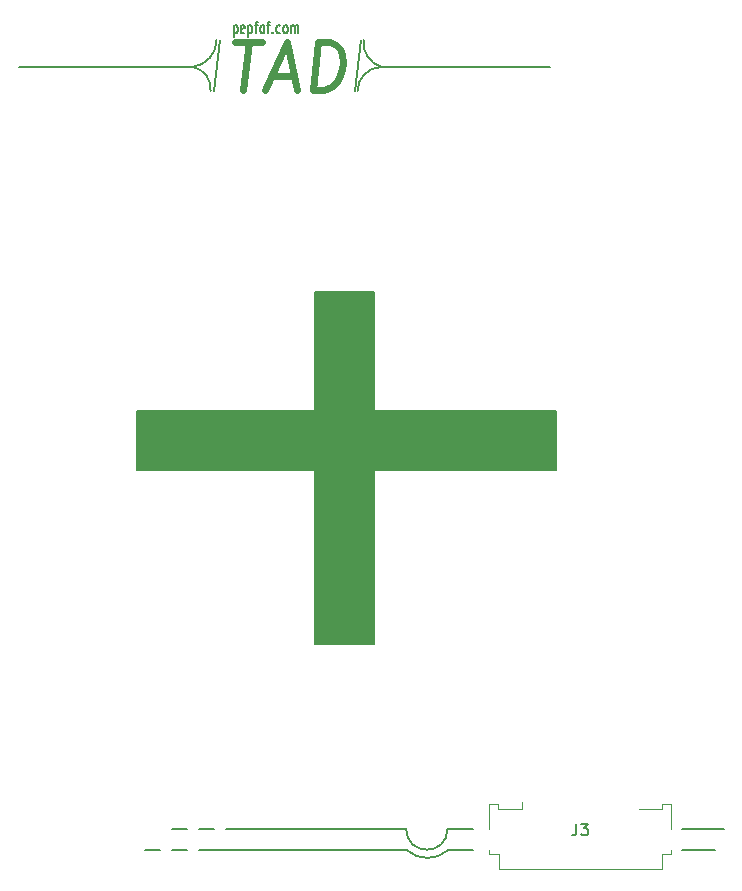
<source format=gbr>
G04 #@! TF.GenerationSoftware,KiCad,Pcbnew,6.0.0-rc1-unknown-d76c6bc884~144~ubuntu21.10.1*
G04 #@! TF.CreationDate,2021-12-01T12:13:08+00:00*
G04 #@! TF.ProjectId,tad2_top,74616432-5f74-46f7-902e-6b696361645f,1.0*
G04 #@! TF.SameCoordinates,Original*
G04 #@! TF.FileFunction,Legend,Top*
G04 #@! TF.FilePolarity,Positive*
%FSLAX46Y46*%
G04 Gerber Fmt 4.6, Leading zero omitted, Abs format (unit mm)*
G04 Created by KiCad (PCBNEW 6.0.0-rc1-unknown-d76c6bc884~144~ubuntu21.10.1) date 2021-12-01 12:13:08*
%MOMM*%
%LPD*%
G01*
G04 APERTURE LIST*
%ADD10C,0.150000*%
%ADD11C,0.600000*%
%ADD12C,0.120000*%
G04 APERTURE END LIST*
D10*
X118862000Y-121088000D02*
X104130000Y-121088000D01*
X133340000Y-118802000D02*
G75*
G03*
X134864000Y-121088000I2108715J-245190D01*
G01*
X134864000Y-121088000D02*
G75*
G03*
X132832000Y-123120000I0J-2032000D01*
G01*
X114184000Y-155200000D02*
X149597000Y-155200000D01*
X149597000Y-155200000D02*
X149597000Y-150200000D01*
X149597000Y-150200000D02*
X114184000Y-150200000D01*
X114184000Y-150200000D02*
X114184000Y-155200000D01*
G36*
X114184000Y-155200000D02*
G01*
X149597000Y-155200000D01*
X149597000Y-150200000D01*
X114184000Y-150200000D01*
X114184000Y-155200000D01*
G37*
X140500000Y-187400000D02*
X142600000Y-187400000D01*
X120386000Y-123120000D02*
G75*
G03*
X118862000Y-121088000I-1832560J213080D01*
G01*
X118354000Y-185604000D02*
X117084000Y-185604000D01*
X134864000Y-121088000D02*
X149088000Y-121088000D01*
X160264000Y-187382000D02*
X163058000Y-187382000D01*
X136972200Y-187382000D02*
X119370000Y-187382000D01*
X120640000Y-185604000D02*
X119370000Y-185604000D01*
X140452000Y-185604000D02*
X142600000Y-185600000D01*
X160264000Y-185604000D02*
X163820000Y-185604000D01*
X136972200Y-187382000D02*
G75*
G03*
X140500000Y-187400000I1774048J1979969D01*
G01*
X121148000Y-118802000D02*
X120640000Y-123120000D01*
X133086000Y-118802000D02*
X132578000Y-123120000D01*
X116068000Y-187382000D02*
X114798000Y-187382000D01*
X118354000Y-187382000D02*
X117084000Y-187382000D01*
X136946616Y-185604000D02*
X121656000Y-185604000D01*
X118862000Y-121088000D02*
G75*
G03*
X120894000Y-118802000I-269874J2285999D01*
G01*
X134200000Y-169962000D02*
X129200000Y-169962000D01*
X129200000Y-169962000D02*
X129200000Y-140137000D01*
X129200000Y-140137000D02*
X134200000Y-140137000D01*
X134200000Y-140137000D02*
X134200000Y-169962000D01*
G36*
X134200000Y-169962000D02*
G01*
X129200000Y-169962000D01*
X129200000Y-140137000D01*
X134200000Y-140137000D01*
X134200000Y-169962000D01*
G37*
X136946616Y-185604000D02*
G75*
G03*
X140452000Y-185604000I1752692J92D01*
G01*
X122351666Y-117575714D02*
X122351666Y-118575714D01*
X122351666Y-117623333D02*
X122418333Y-117575714D01*
X122551666Y-117575714D01*
X122618333Y-117623333D01*
X122651666Y-117670952D01*
X122685000Y-117766190D01*
X122685000Y-118051904D01*
X122651666Y-118147142D01*
X122618333Y-118194761D01*
X122551666Y-118242380D01*
X122418333Y-118242380D01*
X122351666Y-118194761D01*
X123251666Y-118194761D02*
X123185000Y-118242380D01*
X123051666Y-118242380D01*
X122985000Y-118194761D01*
X122951666Y-118099523D01*
X122951666Y-117718571D01*
X122985000Y-117623333D01*
X123051666Y-117575714D01*
X123185000Y-117575714D01*
X123251666Y-117623333D01*
X123285000Y-117718571D01*
X123285000Y-117813809D01*
X122951666Y-117909047D01*
X123585000Y-117575714D02*
X123585000Y-118575714D01*
X123585000Y-117623333D02*
X123651666Y-117575714D01*
X123785000Y-117575714D01*
X123851666Y-117623333D01*
X123885000Y-117670952D01*
X123918333Y-117766190D01*
X123918333Y-118051904D01*
X123885000Y-118147142D01*
X123851666Y-118194761D01*
X123785000Y-118242380D01*
X123651666Y-118242380D01*
X123585000Y-118194761D01*
X124118333Y-117575714D02*
X124385000Y-117575714D01*
X124218333Y-118242380D02*
X124218333Y-117385238D01*
X124251666Y-117290000D01*
X124318333Y-117242380D01*
X124385000Y-117242380D01*
X124718333Y-118242380D02*
X124651666Y-118194761D01*
X124618333Y-118147142D01*
X124585000Y-118051904D01*
X124585000Y-117766190D01*
X124618333Y-117670952D01*
X124651666Y-117623333D01*
X124718333Y-117575714D01*
X124818333Y-117575714D01*
X124885000Y-117623333D01*
X124918333Y-117670952D01*
X124951666Y-117766190D01*
X124951666Y-118051904D01*
X124918333Y-118147142D01*
X124885000Y-118194761D01*
X124818333Y-118242380D01*
X124718333Y-118242380D01*
X125151666Y-117575714D02*
X125418333Y-117575714D01*
X125251666Y-118242380D02*
X125251666Y-117385238D01*
X125285000Y-117290000D01*
X125351666Y-117242380D01*
X125418333Y-117242380D01*
X125651666Y-118147142D02*
X125685000Y-118194761D01*
X125651666Y-118242380D01*
X125618333Y-118194761D01*
X125651666Y-118147142D01*
X125651666Y-118242380D01*
X126285000Y-118194761D02*
X126218333Y-118242380D01*
X126085000Y-118242380D01*
X126018333Y-118194761D01*
X125985000Y-118147142D01*
X125951666Y-118051904D01*
X125951666Y-117766190D01*
X125985000Y-117670952D01*
X126018333Y-117623333D01*
X126085000Y-117575714D01*
X126218333Y-117575714D01*
X126285000Y-117623333D01*
X126685000Y-118242380D02*
X126618333Y-118194761D01*
X126585000Y-118147142D01*
X126551666Y-118051904D01*
X126551666Y-117766190D01*
X126585000Y-117670952D01*
X126618333Y-117623333D01*
X126685000Y-117575714D01*
X126785000Y-117575714D01*
X126851666Y-117623333D01*
X126885000Y-117670952D01*
X126918333Y-117766190D01*
X126918333Y-118051904D01*
X126885000Y-118147142D01*
X126851666Y-118194761D01*
X126785000Y-118242380D01*
X126685000Y-118242380D01*
X127218333Y-118242380D02*
X127218333Y-117575714D01*
X127218333Y-117670952D02*
X127251666Y-117623333D01*
X127318333Y-117575714D01*
X127418333Y-117575714D01*
X127485000Y-117623333D01*
X127518333Y-117718571D01*
X127518333Y-118242380D01*
X127518333Y-117718571D02*
X127551666Y-117623333D01*
X127618333Y-117575714D01*
X127718333Y-117575714D01*
X127785000Y-117623333D01*
X127818333Y-117718571D01*
X127818333Y-118242380D01*
D11*
X122469166Y-119009523D02*
X124754880Y-119009523D01*
X123112023Y-123009523D02*
X123612023Y-119009523D01*
X125540595Y-121866666D02*
X127445357Y-121866666D01*
X125016785Y-123009523D02*
X126850119Y-119009523D01*
X127683452Y-123009523D01*
X129016785Y-123009523D02*
X129516785Y-119009523D01*
X130469166Y-119009523D01*
X131016785Y-119200000D01*
X131350119Y-119580952D01*
X131492976Y-119961904D01*
X131588214Y-120723809D01*
X131516785Y-121295238D01*
X131231071Y-122057142D01*
X130992976Y-122438095D01*
X130564404Y-122819047D01*
X129969166Y-123009523D01*
X129016785Y-123009523D01*
D10*
X151366666Y-185152380D02*
X151366666Y-185866666D01*
X151319047Y-186009523D01*
X151223809Y-186104761D01*
X151080952Y-186152380D01*
X150985714Y-186152380D01*
X151747619Y-185152380D02*
X152366666Y-185152380D01*
X152033333Y-185533333D01*
X152176190Y-185533333D01*
X152271428Y-185580952D01*
X152319047Y-185628571D01*
X152366666Y-185723809D01*
X152366666Y-185961904D01*
X152319047Y-186057142D01*
X152271428Y-186104761D01*
X152176190Y-186152380D01*
X151890476Y-186152380D01*
X151795238Y-186104761D01*
X151747619Y-186057142D01*
D12*
X143990000Y-187700000D02*
X144790000Y-187700000D01*
X144790000Y-189000000D02*
X158610000Y-189000000D01*
X143990000Y-183530000D02*
X143990000Y-185580000D01*
X158610000Y-189000000D02*
X158610000Y-187700000D01*
X159410000Y-183530000D02*
X158640000Y-183530000D01*
X143990000Y-187400000D02*
X143990000Y-187700000D01*
X159410000Y-185580000D02*
X159410000Y-183530000D01*
X144790000Y-187700000D02*
X144790000Y-189000000D01*
X144760000Y-183530000D02*
X143990000Y-183530000D01*
X146740000Y-183880000D02*
X144760000Y-183880000D01*
X158640000Y-183880000D02*
X156660000Y-183880000D01*
X159410000Y-187700000D02*
X159410000Y-187400000D01*
X144760000Y-183880000D02*
X144760000Y-183530000D01*
X146740000Y-183290000D02*
X146740000Y-183880000D01*
X158640000Y-183530000D02*
X158640000Y-183880000D01*
X158610000Y-187700000D02*
X159410000Y-187700000D01*
M02*

</source>
